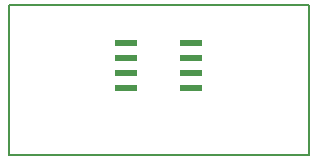
<source format=gtp>
%TF.GenerationSoftware,KiCad,Pcbnew,7.0.8*%
%TF.CreationDate,2024-01-24T18:28:45-05:00*%
%TF.ProjectId,SupervisoryCircuitPCB,53757065-7276-4697-936f-727943697263,rev?*%
%TF.SameCoordinates,Original*%
%TF.FileFunction,Paste,Top*%
%TF.FilePolarity,Positive*%
%FSLAX46Y46*%
G04 Gerber Fmt 4.6, Leading zero omitted, Abs format (unit mm)*
G04 Created by KiCad (PCBNEW 7.0.8) date 2024-01-24 18:28:45*
%MOMM*%
%LPD*%
G01*
G04 APERTURE LIST*
%ADD10R,1.854200X0.558800*%
%TA.AperFunction,Profile*%
%ADD11C,0.200000*%
%TD*%
G04 APERTURE END LIST*
D10*
%TO.C,REF\u002A\u002A*%
X81089500Y-69215000D03*
X81089500Y-70485000D03*
X81089500Y-71755000D03*
X81089500Y-73025000D03*
X86550500Y-73025000D03*
X86550500Y-71755000D03*
X86550500Y-70485000D03*
X86550500Y-69215000D03*
%TD*%
D11*
X71120000Y-66040000D02*
X96520000Y-66040000D01*
X96520000Y-78740000D01*
X71120000Y-78740000D01*
X71120000Y-66040000D01*
M02*

</source>
